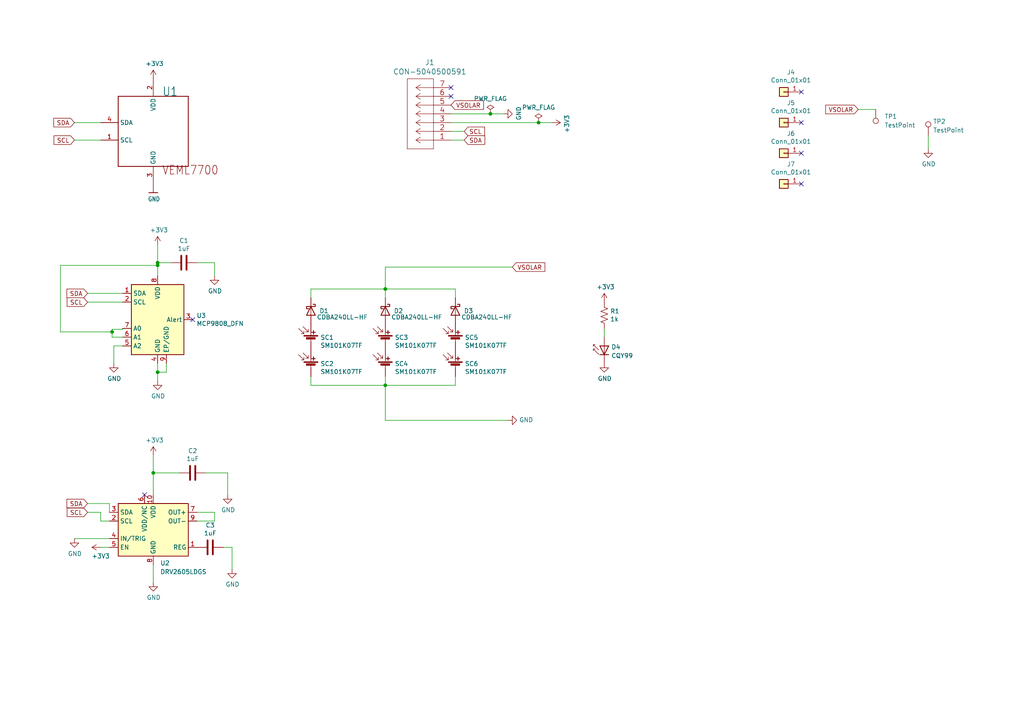
<source format=kicad_sch>
(kicad_sch (version 20250114) (generator "eeschema") (generator_version "9.0")
  (paper "A4")
  (title_block (title "Solar Panel Board -Z") (date "2023-03-20") (rev "V3") (company "CPP BroncoSpace"))
  (lib_symbols
    (symbol "Adafruit VEML7700-eagle-import:GND" (power)
      (property "Value" "GND" (at -1.524 -2.54 0))
      (symbol "GND_1_0"
        (polyline (pts (xy -1.27 0) (xy 1.27 0)) (stroke (width 0.254)))
        (pin power_in line (at 0 2.54 270) (length 2.54) (name "GND") (number "1"))
      )
    )
    (symbol "Adafruit VEML7700-eagle-import:VEML7700"
      (property "Reference" "IC" (at 2.54 10.16 0))
      (symbol "VEML7700_1_0"
        (polyline (pts (xy -10.16 10.16) (xy 10.16 10.16)) (stroke (width 0.254)))
        (polyline (pts (xy -10.16 -10.16) (xy -10.16 10.16)) (stroke (width 0.254)))
        (polyline (pts (xy 10.16 10.16) (xy 10.16 -10.16)) (stroke (width 0.254)))
        (polyline (pts (xy 10.16 -10.16) (xy -10.16 -10.16)) (stroke (width 0.254)))
        (text "VEML7700" (at 2.54 -12.7 0) (effects (font (size 2.54 2.159)) (justify left bottom)))
        (pin bidirectional line (at -15.24 2.54 0) (length 5.08) (name "SDA") (number "4"))
        (pin bidirectional line (at -15.24 -2.54 0) (length 5.08) (name "SCL") (number "1"))
        (pin power_in line (at 0 15.24 270) (length 5.08) (name "VDD") (number "2"))
        (pin power_in line (at 0 -15.24 90) (length 5.08) (name "GND") (number "3"))
      )
    )
    (symbol "Connector:TestPoint" (pin_numbers (hide yes)) (pin_names (offset 0.762) (hide yes))
      (property "Reference" "TP" (at 0 6.858 0))
      (property "Value" "TestPoint" (at 0 5.08 0))
      (symbol "TestPoint_0_1"
        (circle (center 0 3.302) (radius 0.762))
      )
      (symbol "TestPoint_1_1"
        (pin passive line (at 0 0 90) (length 2.54) (name "1") (number "1"))
      )
    )
    (symbol "Connector_Generic:Conn_01x01" (pin_names (offset 1.016) (hide yes))
      (property "Reference" "J" (at 0 2.54 0))
      (property "Value" "Conn_01x01" (at 0 -2.54 0))
      (symbol "Conn_01x01_1_1"
        (rectangle (start -1.27 1.27) (end 1.27 -1.27) (stroke (width 0.254)) (fill (type background)))
        (rectangle (start -1.27 0.127) (end 0 -0.127) (stroke (width 0.1524)))
        (pin passive line (at -5.08 0 0) (length 3.81) (name "Pin_1") (number "1"))
      )
    )
    (symbol "Device:C" (pin_numbers (hide yes)) (pin_names (offset 0.254))
      (property "Reference" "C" (at 0.635 2.54 0))
      (property "Value" "C" (at 0.635 -2.54 0))
      (symbol "C_0_1"
        (polyline (pts (xy -2.032 0.762) (xy 2.032 0.762)) (stroke (width 0.508)))
        (polyline (pts (xy -2.032 -0.762) (xy 2.032 -0.762)) (stroke (width 0.508)))
      )
      (symbol "C_1_1"
        (pin passive line (at 0 3.81 270) (length 2.794) (name "~") (number "1"))
        (pin passive line (at 0 -3.81 90) (length 2.794) (name "~") (number "2"))
      )
    )
    (symbol "Device:D_Schottky" (pin_numbers (hide yes)) (pin_names (offset 1.016) (hide yes))
      (property "Reference" "D" (at 0 2.54 0))
      (property "Value" "D_Schottky" (at 0 -2.54 0))
      (symbol "D_Schottky_0_1"
        (polyline (pts (xy -1.905 0.635) (xy -1.905 1.27) (xy -1.27 1.27) (xy -1.27 -1.27) (xy -0.635 -1.27) (xy -0.635 -0.635)) (stroke (width 0.254)))
        (polyline (pts (xy 1.27 1.27) (xy 1.27 -1.27) (xy -1.27 0) (xy 1.27 1.27)) (stroke (width 0.254)))
        (polyline (pts (xy 1.27 0) (xy -1.27 0)))
      )
      (symbol "D_Schottky_1_1"
        (pin passive line (at -3.81 0 0) (length 2.54) (name "K") (number "1"))
        (pin passive line (at 3.81 0 180) (length 2.54) (name "A") (number "2"))
      )
    )
    (symbol "Device:R_US" (pin_numbers (hide yes)) (pin_names (offset 0))
      (property "Reference" "R" (at 2.54 0 90))
      (property "Value" "R_US" (at -2.54 0 90))
      (symbol "R_US_0_1"
        (polyline (pts (xy 0 2.286) (xy 0 2.54)))
        (polyline (pts (xy 0 2.286) (xy 1.016 1.905) (xy 0 1.524) (xy -1.016 1.143) (xy 0 0.762)))
        (polyline (pts (xy 0 0.762) (xy 1.016 0.381) (xy 0 0) (xy -1.016 -0.381) (xy 0 -0.762)))
        (polyline (pts (xy 0 -0.762) (xy 1.016 -1.143) (xy 0 -1.524) (xy -1.016 -1.905) (xy 0 -2.286)))
        (polyline (pts (xy 0 -2.286) (xy 0 -2.54)))
      )
      (symbol "R_US_1_1"
        (pin passive line (at 0 3.81 270) (length 1.27) (name "~") (number "1"))
        (pin passive line (at 0 -3.81 90) (length 1.27) (name "~") (number "2"))
      )
    )
    (symbol "Device:Solar_Cell" (pin_numbers (hide yes)) (pin_names (offset 0) (hide yes))
      (property "Reference" "SC" (at 2.54 2.54 0))
      (property "Value" "Solar_Cell" (at 2.54 0 0))
      (symbol "Solar_Cell_0_1"
        (polyline (pts (xy -2.032 3.048) (xy -2.032 2.286) (xy -2.794 2.286)))
        (polyline (pts (xy -2.032 2.286) (xy -3.556 3.81)))
        (rectangle (start -2.032 1.778) (end 2.032 1.524) (fill (type outline)))
        (rectangle (start -1.3208 1.1938) (end 1.27 0.6858) (fill (type outline)))
        (polyline (pts (xy -0.762 3.556) (xy -0.762 2.794) (xy -1.524 2.794)))
        (polyline (pts (xy -0.762 2.794) (xy -2.286 4.318)))
        (polyline (pts (xy 0 1.778) (xy 0 2.54)))
        (polyline (pts (xy 0 0.762) (xy 0 0)))
        (polyline (pts (xy 0.254 2.667) (xy 1.27 2.667)) (stroke (width 0.254)))
        (polyline (pts (xy 0.762 3.175) (xy 0.762 2.159)) (stroke (width 0.254)))
      )
      (symbol "Solar_Cell_1_1"
        (pin passive line (at 0 5.08 270) (length 2.54) (name "+") (number "1"))
        (pin passive line (at 0 -2.54 90) (length 2.54) (name "-") (number "2"))
      )
    )
    (symbol "Driver_Haptic:DRV2605LDGS"
      (property "Reference" "U" (at -10.16 8.255 0))
      (property "Value" "DRV2605LDGS" (at 2.54 -8.89 0))
      (symbol "DRV2605LDGS_0_1"
        (rectangle (start -10.16 7.62) (end 10.16 -7.62) (stroke (width 0.254)) (fill (type background)))
      )
      (symbol "DRV2605LDGS_1_1"
        (pin bidirectional line (at -12.7 5.08 0) (length 2.54) (name "SDA") (number "3"))
        (pin input line (at -12.7 2.54 0) (length 2.54) (name "SCL") (number "2"))
        (pin input line (at -12.7 -2.54 0) (length 2.54) (name "IN/TRIG") (number "4"))
        (pin input line (at -12.7 -5.08 0) (length 2.54) (name "EN") (number "5"))
        (pin power_in line (at -2.54 10.16 270) (length 2.54) (name "VDD/NC") (number "6"))
        (pin power_in line (at 0 10.16 270) (length 2.54) (name "VDD") (number "10"))
        (pin power_in line (at 0 -10.16 90) (length 2.54) (name "GND") (number "8"))
        (pin output line (at 12.7 5.08 180) (length 2.54) (name "OUT+") (number "7"))
        (pin output line (at 12.7 2.54 180) (length 2.54) (name "OUT-") (number "9"))
        (pin passive line (at 12.7 -5.08 180) (length 2.54) (name "REG") (number "1"))
      )
    )
    (symbol "LED:CQY99" (pin_numbers (hide yes)) (pin_names (offset 1.016) (hide yes))
      (property "Reference" "D" (at 0.508 1.778 0))
      (property "Value" "CQY99" (at -1.016 -2.794 0))
      (symbol "CQY99_0_1"
        (polyline (pts (xy -2.54 1.27) (xy -2.54 -1.27)) (stroke (width 0.254)))
        (polyline (pts (xy -2.413 1.651) (xy -0.889 3.175) (xy -0.889 2.667) (xy -0.889 3.175) (xy -1.397 3.175)))
        (polyline (pts (xy -1.143 1.651) (xy 0.381 3.175) (xy 0.381 2.667)))
        (polyline (pts (xy 0 0) (xy -2.54 0)))
        (polyline (pts (xy 0 -1.27) (xy -2.54 0) (xy 0 1.27) (xy 0 -1.27)) (stroke (width 0.254)))
        (polyline (pts (xy 0.381 3.175) (xy -0.127 3.175)))
      )
      (symbol "CQY99_1_1"
        (pin passive line (at -5.08 0 0) (length 2.54) (name "K") (number "1"))
        (pin passive line (at 2.54 0 180) (length 2.54) (name "A") (number "2"))
      )
    )
    (symbol "Sensor_Temperature:MCP9808_DFN"
      (property "Reference" "U" (at -6.35 11.43 0))
      (property "Value" "MCP9808_DFN" (at 10.16 11.43 0))
      (symbol "MCP9808_DFN_0_1"
        (rectangle (start -7.62 10.16) (end 7.62 -10.16) (stroke (width 0.254)) (fill (type background)))
      )
      (symbol "MCP9808_DFN_1_1"
        (pin bidirectional line (at -10.16 7.62 0) (length 2.54) (name "SDA") (number "1"))
        (pin input line (at -10.16 5.08 0) (length 2.54) (name "SCL") (number "2"))
        (pin input line (at -10.16 -2.54 0) (length 2.54) (name "A0") (number "7"))
        (pin input line (at -10.16 -5.08 0) (length 2.54) (name "A1") (number "6"))
        (pin input line (at -10.16 -7.62 0) (length 2.54) (name "A2") (number "5"))
        (pin power_in line (at 0 12.7 270) (length 2.54) (name "VDD") (number "8"))
        (pin power_in line (at 0 -12.7 90) (length 2.54) (name "GND") (number "4"))
        (pin power_in line (at 2.54 -12.7 90) (length 2.54) (name "EP/GND") (number "9"))
        (pin output line (at 10.16 0 180) (length 2.54) (name "Alert") (number "3"))
      )
    )
    (symbol "power:GND" (power) (pin_names (offset 0))
      (property "Value" "GND" (at 0 -3.81 0))
      (symbol "GND_0_1"
        (polyline (pts (xy 0 0) (xy 0 -1.27) (xy 1.27 -1.27) (xy 0 -2.54) (xy -1.27 -1.27) (xy 0 -1.27)))
      )
      (symbol "GND_1_1"
        (pin power_in line (at 0 0 270) (length 0) (hide yes) (name "GND") (number "1"))
      )
    )
    (symbol "power:PWR_FLAG" (power) (pin_numbers (hide yes)) (pin_names (offset 0) (hide yes))
      (property "Value" "PWR_FLAG" (at 0 3.81 0))
      (symbol "PWR_FLAG_0_0"
        (pin power_out line (at 0 0 90) (length 0) (name "pwr") (number "1"))
      )
      (symbol "PWR_FLAG_0_1"
        (polyline (pts (xy 0 0) (xy 0 1.27) (xy -1.016 1.905) (xy 0 2.54) (xy 1.016 1.905) (xy 0 1.27)))
      )
    )
    (symbol "solar-panel-side-Z-rescue:+3.3V-power" (power) (pin_names (offset 0))
      (property "Value" "+3.3V-power" (at 0 3.556 0))
      (symbol "+3.3V-power_0_1"
        (polyline (pts (xy -0.762 1.27) (xy 0 2.54)))
        (polyline (pts (xy 0 2.54) (xy 0.762 1.27)))
        (polyline (pts (xy 0 0) (xy 0 2.54)))
      )
      (symbol "+3.3V-power_1_1"
        (pin power_in line (at 0 0 90) (length 0) (hide yes) (name "+3V3") (number "1"))
      )
    )
    (symbol "solar-panel-side-Z-rescue:CON-5040500591-ExtraComponents" (pin_names (offset 0.254) (hide yes))
      (property "Reference" "J" (at 8.89 6.35 0))
      (property "Value" "CON-5040500591-ExtraComponents" (at 10.16 -7.62 0))
      (symbol "CON-5040500591-ExtraComponents_1_1"
        (polyline (pts (xy 5.08 2.54) (xy 5.08 -17.78)) (stroke (width 0.127)))
        (polyline (pts (xy 5.08 -17.78) (xy 12.7 -17.78)) (stroke (width 0.127)))
        (polyline (pts (xy 10.16 0) (xy 5.08 0)) (stroke (width 0.127)))
        (polyline (pts (xy 10.16 0) (xy 8.89 0.8382)) (stroke (width 0.127)))
        (polyline (pts (xy 10.16 0) (xy 8.89 -0.8382)) (stroke (width 0.127)))
        (polyline (pts (xy 10.16 -2.54) (xy 5.08 -2.54)) (stroke (width 0.127)))
        (polyline (pts (xy 10.16 -2.54) (xy 8.89 -1.7018)) (stroke (width 0.127)))
        (polyline (pts (xy 10.16 -2.54) (xy 8.89 -3.3782)) (stroke (width 0.127)))
        (polyline (pts (xy 10.16 -5.08) (xy 5.08 -5.08)) (stroke (width 0.127)))
        (polyline (pts (xy 10.16 -5.08) (xy 8.89 -4.2418)) (stroke (width 0.127)))
        (polyline (pts (xy 10.16 -5.08) (xy 8.89 -5.9182)) (stroke (width 0.127)))
        (polyline (pts (xy 10.16 -7.62) (xy 5.08 -7.62)) (stroke (width 0.127)))
        (polyline (pts (xy 10.16 -7.62) (xy 8.89 -6.7818)) (stroke (width 0.127)))
        (polyline (pts (xy 10.16 -7.62) (xy 8.89 -8.4582)) (stroke (width 0.127)))
        (polyline (pts (xy 10.16 -10.16) (xy 5.08 -10.16)) (stroke (width 0.127)))
        (polyline (pts (xy 10.16 -10.16) (xy 8.89 -9.3218)) (stroke (width 0.127)))
        (polyline (pts (xy 10.16 -10.16) (xy 8.89 -10.9982)) (stroke (width 0.127)))
        (polyline (pts (xy 10.16 -12.7) (xy 5.08 -12.7)) (stroke (width 0.127)))
        (polyline (pts (xy 10.16 -12.7) (xy 8.89 -11.8618)) (stroke (width 0.127)))
        (polyline (pts (xy 10.16 -12.7) (xy 8.89 -13.5382)) (stroke (width 0.127)))
        (polyline (pts (xy 10.16 -15.24) (xy 5.08 -15.24)) (stroke (width 0.127)))
        (polyline (pts (xy 10.16 -15.24) (xy 8.89 -14.4018)) (stroke (width 0.127)))
        (polyline (pts (xy 10.16 -15.24) (xy 8.89 -16.0782)) (stroke (width 0.127)))
        (polyline (pts (xy 12.7 2.54) (xy 5.08 2.54)) (stroke (width 0.127)))
        (polyline (pts (xy 12.7 -17.78) (xy 12.7 2.54)) (stroke (width 0.127)))
        (pin unspecified line (at 0 0 0) (length 5.08) (name "1") (number "1"))
        (pin unspecified line (at 0 -2.54 0) (length 5.08) (name "2") (number "2"))
        (pin unspecified line (at 0 -5.08 0) (length 5.08) (name "3") (number "3"))
        (pin unspecified line (at 0 -7.62 0) (length 5.08) (name "4") (number "4"))
        (pin unspecified line (at 0 -10.16 0) (length 5.08) (name "5") (number "5"))
        (pin unspecified line (at 0 -12.7 0) (length 5.08) (name "6") (number "6"))
        (pin unspecified line (at 0 -15.24 0) (length 5.08) (name "7") (number "7"))
      )
    )
  )
  (junction (at 45.72 107.95))
  (junction (at 32.512 96.266))
  (junction (at 44.45 137.16))
  (junction (at 111.76 83.82))
  (junction (at 111.76 111.76))
  (junction (at 142.24 33.02))
  (junction (at 45.72 76.2))
  (junction (at 156.21 35.56))
  (junction (at 45.72 76.962))
  (no_connect (at 130.81 25.4))
  (no_connect (at 232.41 44.45))
  (no_connect (at 232.41 35.56))
  (no_connect (at 41.91 143.51))
  (no_connect (at 55.88 92.71))
  (no_connect (at 130.81 27.94))
  (no_connect (at 232.41 26.67))
  (no_connect (at 232.41 53.34))
  (wire (pts (xy 25.4 87.63) (xy 35.56 87.63)))
  (wire (pts (xy 111.76 77.47) (xy 148.59 77.47)))
  (wire (pts (xy 48.26 107.95) (xy 45.72 107.95)))
  (wire (pts (xy 32.512 95.504) (xy 35.56 95.504)))
  (wire (pts (xy 130.81 35.56) (xy 156.21 35.56)))
  (wire (pts (xy 130.81 38.1) (xy 134.62 38.1)))
  (wire (pts (xy 29.21 148.59) (xy 29.21 151.13)))
  (wire (pts (xy 44.45 137.16) (xy 44.45 143.51)))
  (wire (pts (xy 31.75 146.05) (xy 31.75 148.59)))
  (wire (pts (xy 62.23 76.2) (xy 62.23 80.01)))
  (wire (pts (xy 111.76 111.76) (xy 132.08 111.76)))
  (wire (pts (xy 62.23 148.59) (xy 62.23 151.13)))
  (wire (pts (xy 45.72 76.2) (xy 45.72 76.962)))
  (wire (pts (xy 17.526 76.962) (xy 17.526 96.266)))
  (wire (pts (xy 254 31.75) (xy 248.92 31.75)))
  (wire (pts (xy 48.26 105.41) (xy 48.26 107.95)))
  (wire (pts (xy 44.45 163.83) (xy 44.45 168.91)))
  (wire (pts (xy 45.72 76.962) (xy 17.526 76.962)))
  (wire (pts (xy 29.21 35.56) (xy 21.59 35.56)))
  (wire (pts (xy 111.76 86.36) (xy 111.76 83.82)))
  (wire (pts (xy 32.512 96.266) (xy 32.512 95.504)))
  (wire (pts (xy 57.15 151.13) (xy 62.23 151.13)))
  (wire (pts (xy 111.76 83.82) (xy 132.08 83.82)))
  (wire (pts (xy 25.4 85.09) (xy 35.56 85.09)))
  (wire (pts (xy 57.15 148.59) (xy 62.23 148.59)))
  (wire (pts (xy 35.56 97.79) (xy 32.512 97.79)))
  (wire (pts (xy 25.4 148.59) (xy 29.21 148.59)))
  (wire (pts (xy 45.72 76.2) (xy 49.53 76.2)))
  (wire (pts (xy 45.72 107.95) (xy 45.72 110.49)))
  (wire (pts (xy 21.59 40.64) (xy 29.21 40.64)))
  (wire (pts (xy 130.81 33.02) (xy 142.24 33.02)))
  (wire (pts (xy 142.24 33.02) (xy 146.05 33.02)))
  (wire (pts (xy 111.76 121.92) (xy 147.32 121.92)))
  (wire (pts (xy 90.17 83.82) (xy 111.76 83.82)))
  (wire (pts (xy 29.21 158.75) (xy 31.75 158.75)))
  (wire (pts (xy 45.72 76.962) (xy 45.72 80.01)))
  (wire (pts (xy 25.4 146.05) (xy 31.75 146.05)))
  (wire (pts (xy 111.76 121.92) (xy 111.76 111.76)))
  (wire (pts (xy 44.45 137.16) (xy 52.07 137.16)))
  (wire (pts (xy 90.17 111.76) (xy 111.76 111.76)))
  (wire (pts (xy 45.72 71.12) (xy 45.72 76.2)))
  (wire (pts (xy 111.76 111.76) (xy 111.76 109.22)))
  (wire (pts (xy 59.69 137.16) (xy 66.04 137.16)))
  (wire (pts (xy 130.81 40.64) (xy 134.62 40.64)))
  (wire (pts (xy 66.04 137.16) (xy 66.04 143.51)))
  (wire (pts (xy 29.21 151.13) (xy 31.75 151.13)))
  (wire (pts (xy 17.526 96.266) (xy 32.512 96.266)))
  (wire (pts (xy 64.77 158.75) (xy 67.31 158.75)))
  (wire (pts (xy 156.21 35.56) (xy 160.02 35.56)))
  (wire (pts (xy 90.17 83.82) (xy 90.17 86.36)))
  (wire (pts (xy 111.76 83.82) (xy 111.76 77.47)))
  (wire (pts (xy 132.08 111.76) (xy 132.08 109.22)))
  (wire (pts (xy 175.26 97.79) (xy 175.26 95.25)))
  (wire (pts (xy 44.45 132.08) (xy 44.45 137.16)))
  (wire (pts (xy 132.08 86.36) (xy 132.08 83.82)))
  (wire (pts (xy 35.56 95.504) (xy 35.56 95.25)))
  (wire (pts (xy 21.59 156.21) (xy 31.75 156.21)))
  (wire (pts (xy 32.512 97.79) (xy 32.512 96.266)))
  (wire (pts (xy 67.31 158.75) (xy 67.31 165.1)))
  (wire (pts (xy 33.02 100.33) (xy 33.02 105.41)))
  (wire (pts (xy 45.72 105.41) (xy 45.72 107.95)))
  (wire (pts (xy 35.56 100.33) (xy 33.02 100.33)))
  (wire (pts (xy 57.15 76.2) (xy 62.23 76.2)))
  (wire (pts (xy 269.24 39.37) (xy 269.24 43.18)))
  (wire (pts (xy 90.17 111.76) (xy 90.17 109.22)))
  (global_label "SDA" (shape input) (at 21.59 35.56 180) (property "Intersheetrefs" "${INTERSHEET_REFS}" (effects (hide yes))))
  (global_label "SCL" (shape input) (at 25.4 87.63 180) (property "Intersheetrefs" "${INTERSHEET_REFS}" (effects (hide yes))))
  (global_label "SDA" (shape input) (at 134.62 40.64 0) (property "Intersheetrefs" "${INTERSHEET_REFS}" (effects (hide yes))))
  (global_label "VSOLAR" (shape input) (at 148.59 77.47 0) (property "Intersheetrefs" "${INTERSHEET_REFS}" (effects (hide yes))))
  (global_label "SCL" (shape input) (at 25.4 148.59 180) (property "Intersheetrefs" "${INTERSHEET_REFS}" (effects (hide yes))))
  (global_label "SCL" (shape input) (at 21.59 40.64 180) (property "Intersheetrefs" "${INTERSHEET_REFS}" (effects (hide yes))))
  (global_label "SDA" (shape input) (at 25.4 146.05 180) (property "Intersheetrefs" "${INTERSHEET_REFS}" (effects (hide yes))))
  (global_label "VSOLAR" (shape input) (at 248.92 31.75 180) (property "Intersheetrefs" "${INTERSHEET_REFS}" (effects (hide yes))))
  (global_label "SDA" (shape input) (at 25.4 85.09 180) (property "Intersheetrefs" "${INTERSHEET_REFS}" (effects (hide yes))))
  (global_label "SCL" (shape input) (at 134.62 38.1 0) (property "Intersheetrefs" "${INTERSHEET_REFS}" (effects (hide yes))))
  (global_label "VSOLAR" (shape input) (at 130.81 30.48 0) (property "Intersheetrefs" "${INTERSHEET_REFS}" (effects (hide yes))))
  (symbol (lib_id "Device:D_Schottky") (at 90.17 90.17 270) (unit 1)
    (property "Reference" "D1" (at 93.98 90.17 90))
    (property "Value" "CDBA240LL-HF" (at 106.68 92.71 90) (effects (justify right bottom)))
    (property "Footprint" "SolarPanelBoards:DO-214AC" (effects (hide yes)))
  )
  (symbol (lib_id "Device:Solar_Cell") (at 90.17 106.68 0) (unit 1)
    (property "Reference" "SC2" (at 92.9132 105.5116 0) (effects (justify left)))
    (property "Value" "SM101K07TF" (at 92.9132 107.823 0) (effects (justify left)))
    (property "Footprint" "SolarPanelBoards:KXOB101K08F-TR" (effects (hide yes)))
  )
  (symbol (lib_id "Device:Solar_Cell") (at 111.76 99.06 0) (unit 1)
    (property "Reference" "SC3" (at 114.5032 97.8916 0) (effects (justify left)))
    (property "Value" "SM101K07TF" (at 114.5032 100.203 0) (effects (justify left)))
    (property "Footprint" "SolarPanelBoards:KXOB101K08F-TR" (effects (hide yes)))
  )
  (symbol (lib_id "Device:Solar_Cell") (at 111.76 106.68 0) (unit 1)
    (property "Reference" "SC4" (at 114.5032 105.5116 0) (effects (justify left)))
    (property "Value" "SM101K07TF" (at 114.5032 107.823 0) (effects (justify left)))
    (property "Footprint" "SolarPanelBoards:KXOB101K08F-TR" (effects (hide yes)))
  )
  (symbol (lib_id "Device:Solar_Cell") (at 90.17 99.06 0) (unit 1)
    (property "Reference" "SC1" (at 92.9132 97.8916 0) (effects (justify left)))
    (property "Value" "SM101K07TF" (at 92.9132 100.203 0) (effects (justify left)))
    (property "Footprint" "SolarPanelBoards:KXOB101K08F-TR" (effects (hide yes)))
  )
  (symbol (lib_id "Device:D_Schottky") (at 111.76 90.17 270) (unit 1)
    (property "Reference" "D2" (at 115.57 90.17 90))
    (property "Value" "CDBA240LL-HF" (at 128.27 92.71 90) (effects (justify right bottom)))
    (property "Footprint" "SolarPanelBoards:DO-214AC" (effects (hide yes)))
  )
  (symbol (lib_id "power:GND") (at 147.32 121.92 90) (unit 1)
    (property "Reference" "#PWR023" (effects (hide yes)))
    (property "Value" "GND" (at 150.5712 121.793 90) (effects (justify right)))
  )
  (symbol (lib_id "solar-panel-side-Z-rescue:+3.3V-power") (at 160.02 35.56 270) (unit 1)
    (property "Reference" "#PWR021" (effects (hide yes)))
    (property "Value" "+3V3" (at 164.4142 35.941 0))
  )
  (symbol (lib_id "power:PWR_FLAG") (at 156.21 35.56 0) (unit 1)
    (property "Reference" "#FLG02" (effects (hide yes)))
    (property "Value" "PWR_FLAG" (at 156.21 31.1658 0))
  )
  (symbol (lib_id "Device:Solar_Cell") (at 132.08 106.68 0) (unit 1)
    (property "Reference" "SC6" (at 134.8232 105.5116 0) (effects (justify left)))
    (property "Value" "SM101K07TF" (at 134.8232 107.823 0) (effects (justify left)))
    (property "Footprint" "SolarPanelBoards:KXOB101K08F-TR" (effects (hide yes)))
  )
  (symbol (lib_id "Device:Solar_Cell") (at 132.08 99.06 0) (unit 1)
    (property "Reference" "SC5" (at 134.8232 97.8916 0) (effects (justify left)))
    (property "Value" "SM101K07TF" (at 134.8232 100.203 0) (effects (justify left)))
    (property "Footprint" "SolarPanelBoards:KXOB101K08F-TR" (effects (hide yes)))
  )
  (symbol (lib_id "Device:D_Schottky") (at 132.08 90.17 270) (unit 1)
    (property "Reference" "D3" (at 135.89 90.17 90))
    (property "Value" "CDBA240LL-HF" (at 148.59 92.71 90) (effects (justify right bottom)))
    (property "Footprint" "SolarPanelBoards:DO-214AC" (effects (hide yes)))
  )
  (symbol (lib_id "solar-panel-side-Z-rescue:CON-5040500591-ExtraComponents") (at 130.81 40.64 180) (unit 1)
    (property "Reference" "J1" (at 124.6632 18.1102 0) (effects (font (size 1.524 1.524))))
    (property "Value" "CON-5040500591" (at 124.6632 20.8026 0) (effects (font (size 1.524 1.524))))
    (property "Footprint" "SolarPanelBoards:CON_5040500591" (effects (hide yes)))
  )
  (symbol (lib_id "Connector_Generic:Conn_01x01") (at 227.33 26.67 180) (unit 1)
    (property "Reference" "J4" (at 229.4128 20.955 0))
    (property "Value" "Conn_01x01" (at 229.4128 23.2664 0))
    (property "Footprint" "SolarPanelBoards:MountingHoles" (effects (hide yes)))
  )
  (symbol (lib_id "Connector_Generic:Conn_01x01") (at 227.33 35.56 180) (unit 1)
    (property "Reference" "J5" (at 229.4128 29.845 0))
    (property "Value" "Conn_01x01" (at 229.4128 32.1564 0))
    (property "Footprint" "SolarPanelBoards:MountingHoles" (effects (hide yes)))
  )
  (symbol (lib_id "Connector_Generic:Conn_01x01") (at 227.33 44.45 180) (unit 1)
    (property "Reference" "J6" (at 229.4128 38.735 0))
    (property "Value" "Conn_01x01" (at 229.4128 41.0464 0))
    (property "Footprint" "SolarPanelBoards:MountingHoles" (effects (hide yes)))
  )
  (symbol (lib_id "Connector_Generic:Conn_01x01") (at 227.33 53.34 180) (unit 1)
    (property "Reference" "J7" (at 229.4128 47.625 0))
    (property "Value" "Conn_01x01" (at 229.4128 49.9364 0))
    (property "Footprint" "SolarPanelBoards:MountingHoles" (effects (hide yes)))
  )
  (symbol (lib_id "Adafruit VEML7700-eagle-import:VEML7700") (at 44.45 38.1 0) (unit 1)
    (property "Reference" "U1" (at 46.99 27.94 0) (effects (font (size 2.54 2.159)) (justify left bottom)))
    (property "Value" "VEML7700" (effects (hide yes)))
    (property "Footprint" "VEML7700-TT:XDCR_VEML7700-TT" (effects (hide yes)))
  )
  (symbol (lib_id "power:GND") (at 62.23 80.01 0) (unit 1)
    (property "Reference" "#PWR010" (effects (hide yes)))
    (property "Value" "GND" (at 62.357 84.4042 0))
  )
  (symbol (lib_id "Device:C") (at 55.88 137.16 90) (unit 1)
    (property "Reference" "C2" (at 55.88 130.7592 90))
    (property "Value" "1uF" (at 55.88 133.0706 90))
    (property "Footprint" "Capacitor_SMD:C_0805_2012Metric" (effects (hide yes)))
  )
  (symbol (lib_id "Adafruit VEML7700-eagle-import:GND") (at 44.45 55.88 0) (unit 1)
    (property "Reference" "#U$0101" (effects (hide yes)))
    (property "Value" "GND" (at 42.926 58.42 0) (effects (font (size 1.27 1.0795)) (justify left bottom)))
    (property "Footprint" "Adafruit VEML7700:" (effects (hide yes)))
  )
  (symbol (lib_id "power:GND") (at 44.45 168.91 0) (unit 1)
    (property "Reference" "#PWR06" (effects (hide yes)))
    (property "Value" "GND" (at 44.577 173.3042 0))
  )
  (symbol (lib_id "solar-panel-side-Z-rescue:+3.3V-power") (at 29.21 158.75 90) (unit 1)
    (property "Reference" "#PWR02" (effects (hide yes)))
    (property "Value" "+3V3" (at 29.21 161.29 90))
  )
  (symbol (lib_id "power:GND") (at 269.24 43.18 0) (unit 1)
    (property "Reference" "#PWR025" (effects (hide yes)))
    (property "Value" "GND" (at 269.367 47.5742 0))
  )
  (symbol (lib_id "Connector:TestPoint") (at 269.24 39.37 0) (unit 1)
    (property "Reference" "TP2" (at 270.637 35.2333 0) (effects (justify left)))
    (property "Value" "TestPoint" (at 270.637 37.7702 0) (effects (justify left)))
    (property "Footprint" "SolarPanelBoards:Test Pad" (effects (hide yes)))
  )
  (symbol (lib_id "Driver_Haptic:DRV2605LDGS") (at 44.45 153.67 0) (unit 1)
    (property "Reference" "U2" (at 46.4694 163.3204 0) (effects (justify left)))
    (property "Value" "DRV2605LDGS" (at 46.4694 165.8573 0) (effects (justify left)))
    (property "Footprint" "Package_SO:VSSOP-10_3x3mm_P0.5mm" (effects (hide yes)))
    (property "Datasheet" "http://www.ti.com/lit/ds/symlink/drv2605l.pdf" (effects (hide yes)))
  )
  (symbol (lib_id "power:GND") (at 67.31 165.1 0) (unit 1)
    (property "Reference" "#PWR012" (effects (hide yes)))
    (property "Value" "GND" (at 67.437 169.4942 0))
  )
  (symbol (lib_id "Device:C") (at 60.96 158.75 90) (unit 1)
    (property "Reference" "C3" (at 60.96 152.3492 90))
    (property "Value" "1uF" (at 60.96 154.6606 90))
    (property "Footprint" "Capacitor_SMD:C_0805_2012Metric" (effects (hide yes)))
  )
  (symbol (lib_id "Device:R_US") (at 175.26 91.44 0) (unit 1)
    (property "Reference" "R1" (at 176.9872 90.2716 0) (effects (justify left)))
    (property "Value" "1k" (at 176.9872 92.583 0) (effects (justify left)))
    (property "Footprint" "Resistor_SMD:R_0603_1608Metric" (effects (hide yes)))
  )
  (symbol (lib_id "power:GND") (at 66.04 143.51 0) (unit 1)
    (property "Reference" "#PWR011" (effects (hide yes)))
    (property "Value" "GND" (at 66.167 147.9042 0))
  )
  (symbol (lib_id "Connector:TestPoint") (at 254 31.75 180) (unit 1)
    (property "Reference" "TP1" (at 256.54 33.7819 0) (effects (justify right)))
    (property "Value" "TestPoint" (at 256.54 36.3219 0) (effects (justify right)))
    (property "Footprint" "SolarPanelBoards:Test Pad" (effects (hide yes)))
  )
  (symbol (lib_id "solar-panel-side-Z-rescue:+3.3V-power") (at 44.45 22.86 0) (unit 1)
    (property "Reference" "#PWR0102" (effects (hide yes)))
    (property "Value" "+3V3" (at 44.831 18.4658 0))
  )
  (symbol (lib_id "power:GND") (at 45.72 110.49 0) (unit 1)
    (property "Reference" "#PWR07" (effects (hide yes)))
    (property "Value" "GND" (at 45.847 114.8842 0))
  )
  (symbol (lib_id "power:GND") (at 175.26 105.41 0) (unit 1)
    (property "Reference" "#PWR0104" (effects (hide yes)))
    (property "Value" "GND" (at 175.387 109.8042 0))
  )
  (symbol (lib_id "power:GND") (at 21.59 156.21 0) (unit 1)
    (property "Reference" "#PWR01" (effects (hide yes)))
    (property "Value" "GND" (at 21.717 160.6042 0))
  )
  (symbol (lib_id "power:GND") (at 146.05 33.02 90) (unit 1)
    (property "Reference" "#PWR020" (effects (hide yes)))
    (property "Value" "GND" (at 150.4442 32.893 0))
  )
  (symbol (lib_id "Sensor_Temperature:MCP9808_DFN") (at 45.72 92.71 0) (unit 1)
    (property "Reference" "U3" (at 56.9976 91.5416 0) (effects (justify left)))
    (property "Value" "MCP9808_DFN" (at 56.9976 93.853 0) (effects (justify left)))
    (property "Footprint" "SolarPanelBoards:MCP9808-NoLeadPackage" (effects (hide yes)))
    (property "Datasheet" "http://ww1.microchip.com/downloads/en/DeviceDoc/MCP9808-0.5C-Maximum-Accuracy-Digital-Temperature-Sensor-Data-Sheet-DS20005095B.pdf" (effects (hide yes)))
  )
  (symbol (lib_id "power:GND") (at 33.02 105.41 0) (unit 1)
    (property "Reference" "#PWR03" (effects (hide yes)))
    (property "Value" "GND" (at 33.147 109.8042 0))
  )
  (symbol (lib_id "solar-panel-side-Z-rescue:+3.3V-power") (at 45.72 71.12 0) (unit 1)
    (property "Reference" "#PWR0101" (effects (hide yes)))
    (property "Value" "+3V3" (at 46.101 66.7258 0))
  )
  (symbol (lib_id "solar-panel-side-Z-rescue:+3.3V-power") (at 175.26 87.63 0) (unit 1)
    (property "Reference" "#PWR0103" (effects (hide yes)))
    (property "Value" "+3V3" (at 175.641 83.2358 0))
  )
  (symbol (lib_id "Device:C") (at 53.34 76.2 90) (unit 1)
    (property "Reference" "C1" (at 53.34 69.7992 90))
    (property "Value" "1uF" (at 53.34 72.1106 90))
    (property "Footprint" "Capacitor_SMD:C_0805_2012Metric" (effects (hide yes)))
  )
  (symbol (lib_id "LED:CQY99") (at 175.26 100.33 90) (unit 1)
    (property "Reference" "D4" (at 177.292 100.6383 90) (effects (justify right)))
    (property "Value" "CQY99" (at 177.292 103.1752 90) (effects (justify right)))
    (property "Footprint" "LED_SMD:LED_0603_1608Metric" (effects (hide yes)))
    (property "Datasheet" "https://www.prtice.info/IMG/pdf/CQY99.pdf" (effects (hide yes)))
  )
  (symbol (lib_id "solar-panel-side-Z-rescue:+3.3V-power") (at 44.45 132.08 0) (unit 1)
    (property "Reference" "#PWR05" (effects (hide yes)))
    (property "Value" "+3V3" (at 44.831 127.6858 0))
  )
  (symbol (lib_id "power:PWR_FLAG") (at 142.24 33.02 0) (unit 1)
    (property "Reference" "#FLG01" (effects (hide yes)))
    (property "Value" "PWR_FLAG" (at 142.24 28.6258 0))
  )
)
</source>
